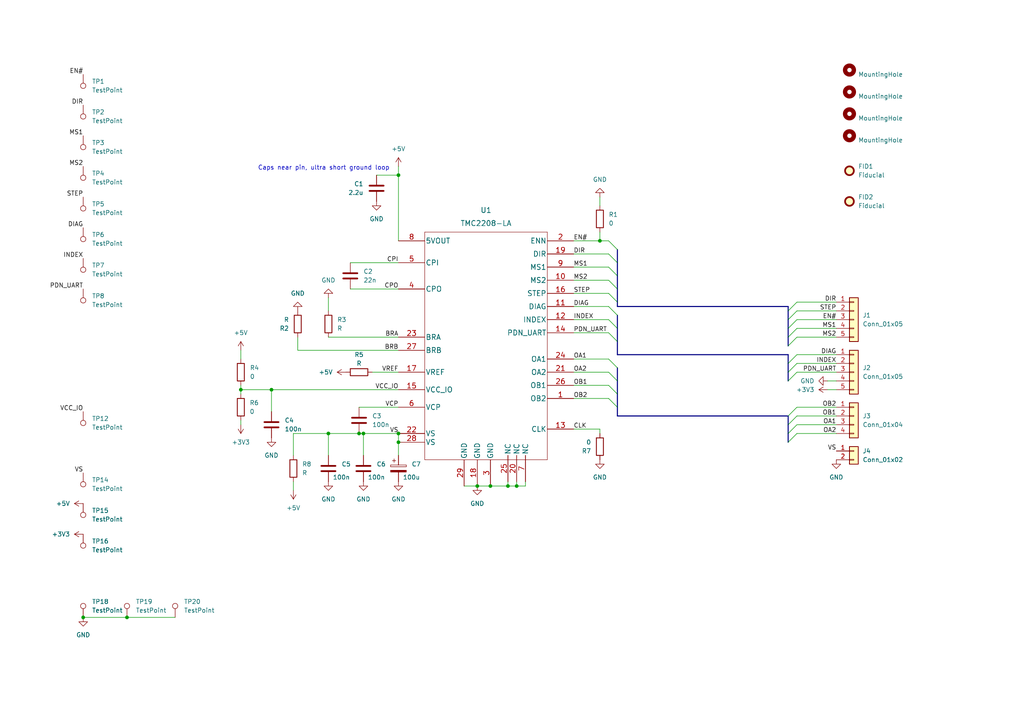
<source format=kicad_sch>
(kicad_sch (version 20211123) (generator eeschema)
  (paper "A4")
  (lib_symbols
    (symbol "Connector:TestPoint" (pin_numbers hide) (pin_names (offset 0.762) hide)
      (property "Reference" "TP" (at 0 6.858 0))
      (property "Value" "TestPoint" (at 0 5.08 0))
      (symbol "TestPoint_0_1"
        (circle (center 0 3.302) (radius 0.762))
      )
      (symbol "TestPoint_1_1"
        (pin passive line (at 0 0 90) (length 2.54) (name "1") (number "1"))
      )
    )
    (symbol "Connector_Generic:Conn_01x02" (pin_names (offset 1.016) hide)
      (property "Reference" "J" (at 0 2.54 0))
      (property "Value" "Conn_01x02" (at 0 -5.08 0))
      (symbol "Conn_01x02_1_1"
        (rectangle (start -1.27 -2.413) (end 0 -2.667) (stroke (width 0.1524)))
        (rectangle (start -1.27 0.127) (end 0 -0.127) (stroke (width 0.1524)))
        (rectangle (start -1.27 1.27) (end 1.27 -3.81) (stroke (width 0.254)) (fill (type background)))
        (pin passive line (at -5.08 0 0) (length 3.81) (name "Pin_1") (number "1"))
        (pin passive line (at -5.08 -2.54 0) (length 3.81) (name "Pin_2") (number "2"))
      )
    )
    (symbol "Connector_Generic:Conn_01x04" (pin_names (offset 1.016) hide)
      (property "Reference" "J" (at 0 5.08 0))
      (property "Value" "Conn_01x04" (at 0 -7.62 0))
      (symbol "Conn_01x04_1_1"
        (rectangle (start -1.27 -4.953) (end 0 -5.207) (stroke (width 0.1524)))
        (rectangle (start -1.27 -2.413) (end 0 -2.667) (stroke (width 0.1524)))
        (rectangle (start -1.27 0.127) (end 0 -0.127) (stroke (width 0.1524)))
        (rectangle (start -1.27 2.667) (end 0 2.413) (stroke (width 0.1524)))
        (rectangle (start -1.27 3.81) (end 1.27 -6.35) (stroke (width 0.254)) (fill (type background)))
        (pin passive line (at -5.08 2.54 0) (length 3.81) (name "Pin_1") (number "1"))
        (pin passive line (at -5.08 0 0) (length 3.81) (name "Pin_2") (number "2"))
        (pin passive line (at -5.08 -2.54 0) (length 3.81) (name "Pin_3") (number "3"))
        (pin passive line (at -5.08 -5.08 0) (length 3.81) (name "Pin_4") (number "4"))
      )
    )
    (symbol "Connector_Generic:Conn_01x05" (pin_names (offset 1.016) hide)
      (property "Reference" "J" (at 0 7.62 0))
      (property "Value" "Conn_01x05" (at 0 -7.62 0))
      (symbol "Conn_01x05_1_1"
        (rectangle (start -1.27 -4.953) (end 0 -5.207) (stroke (width 0.1524)))
        (rectangle (start -1.27 -2.413) (end 0 -2.667) (stroke (width 0.1524)))
        (rectangle (start -1.27 0.127) (end 0 -0.127) (stroke (width 0.1524)))
        (rectangle (start -1.27 2.667) (end 0 2.413) (stroke (width 0.1524)))
        (rectangle (start -1.27 5.207) (end 0 4.953) (stroke (width 0.1524)))
        (rectangle (start -1.27 6.35) (end 1.27 -6.35) (stroke (width 0.254)) (fill (type background)))
        (pin passive line (at -5.08 5.08 0) (length 3.81) (name "Pin_1") (number "1"))
        (pin passive line (at -5.08 2.54 0) (length 3.81) (name "Pin_2") (number "2"))
        (pin passive line (at -5.08 0 0) (length 3.81) (name "Pin_3") (number "3"))
        (pin passive line (at -5.08 -2.54 0) (length 3.81) (name "Pin_4") (number "4"))
        (pin passive line (at -5.08 -5.08 0) (length 3.81) (name "Pin_5") (number "5"))
      )
    )
    (symbol "Device:C" (pin_numbers hide) (pin_names (offset 0.254))
      (property "Reference" "C" (at 0.635 2.54 0))
      (property "Value" "C" (at 0.635 -2.54 0))
      (symbol "C_0_1"
        (polyline (pts (xy -2.032 -0.762) (xy 2.032 -0.762)) (stroke (width 0.508)))
        (polyline (pts (xy -2.032 0.762) (xy 2.032 0.762)) (stroke (width 0.508)))
      )
      (symbol "C_1_1"
        (pin passive line (at 0 3.81 270) (length 2.794) (name "~") (number "1"))
        (pin passive line (at 0 -3.81 90) (length 2.794) (name "~") (number "2"))
      )
    )
    (symbol "Device:C_Polarized" (pin_numbers hide) (pin_names (offset 0.254))
      (property "Reference" "C" (at 0.635 2.54 0))
      (property "Value" "C_Polarized" (at 0.635 -2.54 0))
      (symbol "C_Polarized_0_1"
        (rectangle (start -2.286 0.508) (end 2.286 1.016))
        (polyline (pts (xy -1.778 2.286) (xy -0.762 2.286)))
        (polyline (pts (xy -1.27 2.794) (xy -1.27 1.778)))
        (rectangle (start 2.286 -0.508) (end -2.286 -1.016) (fill (type outline)))
      )
      (symbol "C_Polarized_1_1"
        (pin passive line (at 0 3.81 270) (length 2.794) (name "~") (number "1"))
        (pin passive line (at 0 -3.81 90) (length 2.794) (name "~") (number "2"))
      )
    )
    (symbol "Device:R" (pin_numbers hide) (pin_names (offset 0))
      (property "Reference" "R" (at 2.032 0 90))
      (property "Value" "R" (at 0 0 90))
      (symbol "R_0_1"
        (rectangle (start -1.016 -2.54) (end 1.016 2.54) (stroke (width 0.254)))
      )
      (symbol "R_1_1"
        (pin passive line (at 0 3.81 270) (length 1.27) (name "~") (number "1"))
        (pin passive line (at 0 -3.81 90) (length 1.27) (name "~") (number "2"))
      )
    )
    (symbol "Mechanical:Fiducial"
      (property "Reference" "FID" (at 0 5.08 0))
      (property "Value" "Fiducial" (at 0 3.175 0))
      (symbol "Fiducial_0_1"
        (circle (center 0 0) (radius 1.27) (stroke (width 0.508)) (fill (type background)))
      )
    )
    (symbol "Mechanical:MountingHole" (pin_names (offset 1.016))
      (property "Reference" "H" (at 0 5.08 0))
      (property "Value" "MountingHole" (at 0 3.175 0))
      (symbol "MountingHole_0_1"
        (circle (center 0 0) (radius 1.27) (stroke (width 1.27)))
      )
    )
    (symbol "power:+3.3V" (power) (pin_names (offset 0))
      (property "Value" "+3.3V" (at 0 3.556 0))
      (symbol "+3.3V_0_1"
        (polyline (pts (xy -0.762 1.27) (xy 0 2.54)))
        (polyline (pts (xy 0 0) (xy 0 2.54)))
        (polyline (pts (xy 0 2.54) (xy 0.762 1.27)))
      )
      (symbol "+3.3V_1_1"
        (pin power_in line (at 0 0 90) (length 0) hide (name "+3V3") (number "1"))
      )
    )
    (symbol "power:+3V3" (power) (pin_names (offset 0))
      (property "Value" "+3V3" (at 0 3.556 0))
      (symbol "+3V3_0_1"
        (polyline (pts (xy -0.762 1.27) (xy 0 2.54)))
        (polyline (pts (xy 0 0) (xy 0 2.54)))
        (polyline (pts (xy 0 2.54) (xy 0.762 1.27)))
      )
      (symbol "+3V3_1_1"
        (pin power_in line (at 0 0 90) (length 0) hide (name "+3V3") (number "1"))
      )
    )
    (symbol "power:+5V" (power) (pin_names (offset 0))
      (property "Value" "+5V" (at 0 3.556 0))
      (symbol "+5V_0_1"
        (polyline (pts (xy -0.762 1.27) (xy 0 2.54)))
        (polyline (pts (xy 0 0) (xy 0 2.54)))
        (polyline (pts (xy 0 2.54) (xy 0.762 1.27)))
      )
      (symbol "+5V_1_1"
        (pin power_in line (at 0 0 90) (length 0) hide (name "+5V") (number "1"))
      )
    )
    (symbol "power:GND" (power) (pin_names (offset 0))
      (property "Value" "GND" (at 0 -3.81 0))
      (symbol "GND_0_1"
        (polyline (pts (xy 0 0) (xy 0 -1.27) (xy 1.27 -1.27) (xy 0 -2.54) (xy -1.27 -1.27) (xy 0 -1.27)))
      )
      (symbol "GND_1_1"
        (pin power_in line (at 0 0 270) (length 0) hide (name "GND") (number "1"))
      )
    )
    (symbol "tmc2208-la:TMC2208-LA" (pin_names (offset 0.254))
      (property "Reference" "U" (at 25.4 10.16 0))
      (property "Value" "TMC2208-LA" (at 25.4 7.62 0))
      (symbol "TMC2208-LA_1_1"
        (polyline (pts (xy 7.62 -60.96) (xy 43.18 -60.96)) (stroke (width 0.127)))
        (polyline (pts (xy 7.62 5.08) (xy 7.62 -60.96)) (stroke (width 0.127)))
        (polyline (pts (xy 43.18 -60.96) (xy 43.18 5.08)) (stroke (width 0.127)))
        (polyline (pts (xy 43.18 5.08) (xy 7.62 5.08)) (stroke (width 0.127)))
        (pin output line (at 50.8 -43.18 180) (length 7.62) (name "OB2") (number "1"))
        (pin input line (at 50.8 -8.89 180) (length 7.62) (name "MS2") (number "10"))
        (pin output line (at 50.8 -16.51 180) (length 7.62) (name "DIAG") (number "11"))
        (pin output line (at 50.8 -20.32 180) (length 7.62) (name "INDEX") (number "12"))
        (pin input line (at 50.8 -52.07 180) (length 7.62) (name "CLK") (number "13"))
        (pin bidirectional line (at 50.8 -24.13 180) (length 7.62) (name "PDN_UART") (number "14"))
        (pin power_in line (at 0 -40.64 0) (length 7.62) (name "VCC_IO") (number "15"))
        (pin input line (at 50.8 -12.7 180) (length 7.62) (name "STEP") (number "16"))
        (pin input line (at 0 -35.56 0) (length 7.62) (name "VREF") (number "17"))
        (pin power_in line (at 22.86 -68.58 90) (length 7.62) (name "GND") (number "18"))
        (pin input line (at 50.8 -1.27 180) (length 7.62) (name "DIR") (number "19"))
        (pin input line (at 50.8 2.54 180) (length 7.62) (name "ENN") (number "2"))
        (pin power_in line (at 34.29 -67.31 90) (length 7.62) (name "NC") (number "20"))
        (pin output line (at 50.8 -35.56 180) (length 7.62) (name "OA2") (number "21"))
        (pin power_in line (at 0 -53.34 0) (length 7.62) (name "VS") (number "22"))
        (pin unspecified line (at 0 -25.4 0) (length 7.62) (name "BRA") (number "23"))
        (pin output line (at 50.8 -31.75 180) (length 7.62) (name "OA1") (number "24"))
        (pin power_in line (at 31.75 -67.31 90) (length 7.62) (name "NC") (number "25"))
        (pin output line (at 50.8 -39.37 180) (length 7.62) (name "OB1") (number "26"))
        (pin unspecified line (at 0 -29.21 0) (length 7.62) (name "BRB") (number "27"))
        (pin power_in line (at 0 -55.88 0) (length 7.62) (name "VS") (number "28"))
        (pin power_in line (at 19.05 -68.58 90) (length 7.62) (name "GND") (number "29"))
        (pin power_in line (at 26.67 -68.58 90) (length 7.62) (name "GND") (number "3"))
        (pin output line (at 0 -11.43 0) (length 7.62) (name "CPO") (number "4"))
        (pin input line (at 0 -3.81 0) (length 7.62) (name "CPI") (number "5"))
        (pin power_in line (at 0 -45.72 0) (length 7.62) (name "VCP") (number "6"))
        (pin power_in line (at 36.83 -67.31 90) (length 7.62) (name "NC") (number "7"))
        (pin output line (at 0 2.54 0) (length 7.62) (name "5VOUT") (number "8"))
        (pin input line (at 50.8 -5.08 180) (length 7.62) (name "MS1") (number "9"))
      )
    )
  )
  (junction (at 24.13 179.07))
  (junction (at 104.14 125.73))
  (junction (at 115.57 128.27))
  (junction (at 142.24 140.97))
  (junction (at 138.43 140.97))
  (junction (at 36.83 179.07))
  (junction (at 149.86 140.97))
  (junction (at 115.57 125.73))
  (junction (at 115.57 50.8))
  (junction (at 95.25 125.73))
  (junction (at 105.41 125.73))
  (junction (at 173.99 69.85))
  (junction (at 78.74 113.03))
  (junction (at 147.32 140.97))
  (junction (at 69.85 113.03))
  (bus_entry (at 231.14 87.63) (size -2.54 2.54))
  (bus_entry (at 231.14 125.73) (size -2.54 2.54))
  (bus_entry (at 231.14 123.19) (size -2.54 2.54))
  (bus_entry (at 231.14 120.65) (size -2.54 2.54))
  (bus_entry (at 176.53 96.52) (size 2.54 2.54))
  (bus_entry (at 231.14 105.41) (size -2.54 2.54))
  (bus_entry (at 231.14 97.79) (size -2.54 2.54))
  (bus_entry (at 231.14 95.25) (size -2.54 2.54))
  (bus_entry (at 231.14 92.71) (size -2.54 2.54))
  (bus_entry (at 231.14 90.17) (size -2.54 2.54))
  (bus_entry (at 231.14 102.87) (size -2.54 2.54))
  (bus_entry (at 231.14 107.95) (size -2.54 2.54))
  (bus_entry (at 176.53 73.66) (size 2.54 2.54))
  (bus_entry (at 176.53 92.71) (size 2.54 2.54))
  (bus_entry (at 176.53 88.9) (size 2.54 2.54))
  (bus_entry (at 176.53 81.28) (size 2.54 2.54))
  (bus_entry (at 176.53 85.09) (size 2.54 2.54))
  (bus_entry (at 176.53 77.47) (size 2.54 2.54))
  (bus_entry (at 176.53 115.57) (size 2.54 2.54))
  (bus_entry (at 176.53 104.14) (size 2.54 2.54))
  (bus_entry (at 176.53 111.76) (size 2.54 2.54))
  (bus_entry (at 176.53 107.95) (size 2.54 2.54))
  (bus_entry (at 176.53 69.85) (size 2.54 2.54))
  (bus_entry (at 231.14 118.11) (size -2.54 2.54))
  (bus (pts (xy 228.6 90.17) (xy 228.6 88.9)))
  (bus (pts (xy 228.6 123.19) (xy 228.6 125.73)))
  (wire (pts (xy 78.74 113.03) (xy 115.57 113.03)))
  (wire (pts (xy 166.37 104.14) (xy 176.53 104.14)))
  (bus (pts (xy 228.6 107.95) (xy 228.6 110.49)))
  (wire (pts (xy 166.37 77.47) (xy 176.53 77.47)))
  (wire (pts (xy 147.32 140.97) (xy 142.24 140.97)))
  (bus (pts (xy 228.6 92.71) (xy 228.6 90.17)))
  (bus (pts (xy 179.07 114.3) (xy 179.07 118.11)))
  (wire (pts (xy 173.99 57.15) (xy 173.99 59.69)))
  (bus (pts (xy 179.07 80.01) (xy 179.07 83.82)))
  (bus (pts (xy 228.6 125.73) (xy 228.6 128.27)))
  (wire (pts (xy 36.83 179.07) (xy 50.8 179.07)))
  (wire (pts (xy 107.95 107.95) (xy 115.57 107.95)))
  (wire (pts (xy 231.14 97.79) (xy 242.57 97.79)))
  (wire (pts (xy 231.14 87.63) (xy 242.57 87.63)))
  (wire (pts (xy 85.09 142.24) (xy 85.09 139.7)))
  (wire (pts (xy 166.37 69.85) (xy 173.99 69.85)))
  (wire (pts (xy 105.41 125.73) (xy 105.41 132.08)))
  (wire (pts (xy 166.37 88.9) (xy 176.53 88.9)))
  (wire (pts (xy 231.14 118.11) (xy 242.57 118.11)))
  (bus (pts (xy 179.07 110.49) (xy 179.07 114.3)))
  (bus (pts (xy 179.07 76.2) (xy 179.07 80.01)))
  (wire (pts (xy 152.4 139.7) (xy 152.4 140.97)))
  (wire (pts (xy 138.43 140.97) (xy 142.24 140.97)))
  (bus (pts (xy 179.07 91.44) (xy 179.07 95.25)))
  (wire (pts (xy 69.85 101.6) (xy 69.85 104.14)))
  (wire (pts (xy 231.14 125.73) (xy 242.57 125.73)))
  (wire (pts (xy 231.14 120.65) (xy 242.57 120.65)))
  (wire (pts (xy 95.25 86.36) (xy 95.25 90.17)))
  (wire (pts (xy 231.14 90.17) (xy 242.57 90.17)))
  (wire (pts (xy 115.57 50.8) (xy 115.57 69.85)))
  (wire (pts (xy 240.03 113.03) (xy 242.57 113.03)))
  (bus (pts (xy 228.6 102.87) (xy 179.07 102.87)))
  (wire (pts (xy 115.57 48.26) (xy 115.57 50.8)))
  (wire (pts (xy 166.37 73.66) (xy 176.53 73.66)))
  (bus (pts (xy 179.07 99.06) (xy 179.07 102.87)))
  (wire (pts (xy 78.74 113.03) (xy 78.74 119.38)))
  (bus (pts (xy 179.07 83.82) (xy 179.07 87.63)))
  (wire (pts (xy 69.85 111.76) (xy 69.85 113.03)))
  (bus (pts (xy 228.6 95.25) (xy 228.6 92.71)))
  (wire (pts (xy 86.36 101.6) (xy 86.36 97.79)))
  (wire (pts (xy 166.37 85.09) (xy 176.53 85.09)))
  (wire (pts (xy 115.57 76.2) (xy 101.6 76.2)))
  (wire (pts (xy 104.14 125.73) (xy 105.41 125.73)))
  (wire (pts (xy 149.86 140.97) (xy 152.4 140.97)))
  (wire (pts (xy 149.86 139.7) (xy 149.86 140.97)))
  (wire (pts (xy 36.83 179.07) (xy 24.13 179.07)))
  (wire (pts (xy 69.85 114.3) (xy 69.85 113.03)))
  (wire (pts (xy 95.25 125.73) (xy 95.25 132.08)))
  (wire (pts (xy 85.09 125.73) (xy 85.09 132.08)))
  (wire (pts (xy 134.62 140.97) (xy 138.43 140.97)))
  (wire (pts (xy 173.99 69.85) (xy 176.53 69.85)))
  (bus (pts (xy 228.6 100.33) (xy 228.6 97.79)))
  (wire (pts (xy 95.25 125.73) (xy 85.09 125.73)))
  (wire (pts (xy 115.57 125.73) (xy 115.57 128.27)))
  (wire (pts (xy 86.36 101.6) (xy 115.57 101.6)))
  (wire (pts (xy 166.37 96.52) (xy 176.53 96.52)))
  (wire (pts (xy 231.14 92.71) (xy 242.57 92.71)))
  (wire (pts (xy 166.37 111.76) (xy 176.53 111.76)))
  (bus (pts (xy 228.6 88.9) (xy 179.07 88.9)))
  (wire (pts (xy 104.14 118.11) (xy 115.57 118.11)))
  (bus (pts (xy 228.6 97.79) (xy 228.6 95.25)))
  (wire (pts (xy 115.57 50.8) (xy 109.22 50.8)))
  (wire (pts (xy 231.14 107.95) (xy 242.57 107.95)))
  (wire (pts (xy 166.37 115.57) (xy 176.53 115.57)))
  (bus (pts (xy 179.07 118.11) (xy 179.07 120.65)))
  (wire (pts (xy 166.37 81.28) (xy 176.53 81.28)))
  (wire (pts (xy 231.14 102.87) (xy 242.57 102.87)))
  (wire (pts (xy 166.37 107.95) (xy 176.53 107.95)))
  (wire (pts (xy 147.32 139.7) (xy 147.32 140.97)))
  (bus (pts (xy 179.07 95.25) (xy 179.07 99.06)))
  (wire (pts (xy 104.14 125.73) (xy 95.25 125.73)))
  (bus (pts (xy 179.07 87.63) (xy 179.07 88.9)))
  (wire (pts (xy 173.99 67.31) (xy 173.99 69.85)))
  (wire (pts (xy 69.85 113.03) (xy 78.74 113.03)))
  (bus (pts (xy 179.07 106.68) (xy 179.07 110.49)))
  (wire (pts (xy 101.6 83.82) (xy 115.57 83.82)))
  (wire (pts (xy 173.99 124.46) (xy 173.99 125.73)))
  (bus (pts (xy 179.07 72.39) (xy 179.07 76.2)))
  (wire (pts (xy 231.14 105.41) (xy 242.57 105.41)))
  (wire (pts (xy 240.03 110.49) (xy 242.57 110.49)))
  (wire (pts (xy 115.57 128.27) (xy 115.57 132.08)))
  (bus (pts (xy 179.07 120.65) (xy 228.6 120.65)))
  (wire (pts (xy 149.86 140.97) (xy 147.32 140.97)))
  (wire (pts (xy 173.99 124.46) (xy 166.37 124.46)))
  (bus (pts (xy 228.6 102.87) (xy 228.6 105.41)))
  (wire (pts (xy 231.14 95.25) (xy 242.57 95.25)))
  (wire (pts (xy 166.37 92.71) (xy 176.53 92.71)))
  (wire (pts (xy 231.14 123.19) (xy 242.57 123.19)))
  (bus (pts (xy 228.6 120.65) (xy 228.6 123.19)))
  (bus (pts (xy 228.6 105.41) (xy 228.6 107.95)))
  (wire (pts (xy 95.25 97.79) (xy 115.57 97.79)))
  (wire (pts (xy 105.41 125.73) (xy 115.57 125.73)))
  (wire (pts (xy 69.85 121.92) (xy 69.85 123.19)))
  (text "Caps near pin, ultra short ground loop\n" (at 113.03 49.53 180) (effects (font (size 1.27 1.27)) (justify right bottom)))
  (label "MS2" (at 24.13 48.26 180))
  (label "CLK" (at 166.37 124.46 0))
  (label "INDEX" (at 24.13 74.93 180))
  (label "OB2" (at 242.57 118.11 180))
  (label "OB1" (at 242.57 120.65 180))
  (label "INDEX" (at 242.57 105.41 180))
  (label "VCP" (at 115.57 118.11 180))
  (label "DIR" (at 166.37 73.66 0))
  (label "DIR" (at 242.57 87.63 180))
  (label "VCC_IO" (at 24.13 119.38 180))
  (label "OA2" (at 166.37 107.95 0))
  (label "VS" (at 115.57 125.73 180))
  (label "STEP" (at 242.57 90.17 180))
  (label "PDN_UART" (at 166.37 96.52 0))
  (label "MS1" (at 166.37 77.47 0))
  (label "DIR" (at 24.13 30.48 180))
  (label "EN#" (at 166.37 69.85 0))
  (label "STEP" (at 24.13 57.15 180))
  (label "INDEX" (at 166.37 92.71 0))
  (label "PDN_UART" (at 242.57 107.95 180))
  (label "OA1" (at 242.57 123.19 180))
  (label "MS2" (at 166.37 81.28 0))
  (label "STEP" (at 166.37 85.09 0))
  (label "OA2" (at 242.57 125.73 180))
  (label "DIAG" (at 166.37 88.9 0))
  (label "MS2" (at 242.57 97.79 180))
  (label "MS1" (at 24.13 39.37 180))
  (label "BRA" (at 115.57 97.79 180))
  (label "CPO" (at 115.57 83.82 180))
  (label "BRB" (at 115.57 101.6 180))
  (label "VS" (at 242.57 130.81 180))
  (label "MS1" (at 242.57 95.25 180))
  (label "OA1" (at 166.37 104.14 0))
  (label "OB1" (at 166.37 111.76 0))
  (label "EN#" (at 24.13 21.59 180))
  (label "OB2" (at 166.37 115.57 0))
  (label "VREF" (at 115.57 107.95 180))
  (label "CPI" (at 115.57 76.2 180))
  (label "VCC_IO" (at 115.57 113.03 180))
  (label "EN#" (at 242.57 92.71 180))
  (label "DIAG" (at 242.57 102.87 180))
  (label "PDN_UART" (at 24.13 83.82 180))
  (label "DIAG" (at 24.13 66.04 180))
  (label "VS" (at 24.13 137.16 180))
  (symbol (lib_id "Device:R") (at 69.85 118.11 0) (unit 1)
    (property "Reference" "R6" (at 72.39 116.8399 0) (effects (justify left)))
    (property "Value" "0" (at 72.39 119.3799 0) (effects (justify left)))
    (property "Footprint" "Resistor_SMD:R_0603_1608Metric_Pad0.98x0.95mm_HandSolder" (effects hide))
  )
  (symbol (lib_id "power:GND") (at 86.36 90.17 180) (unit 1)
    (property "Reference" "#PWR05" (effects hide))
    (property "Value" "GND" (at 86.36 85.09 0))
  )
  (symbol (lib_id "power:GND") (at 105.41 139.7 0) (unit 1)
    (property "Reference" "#PWR015" (effects hide))
    (property "Value" "GND" (at 105.41 144.78 0))
  )
  (symbol (lib_id "power:+5V") (at 100.33 107.95 90) (unit 1)
    (property "Reference" "#PWR07" (effects hide))
    (property "Value" "+5V" (at 96.52 107.9499 90) (effects (justify left)))
  )
  (symbol (lib_id "Connector:TestPoint") (at 36.83 179.07 0) (unit 1)
    (property "Reference" "TP19" (at 39.37 174.4979 0) (effects (justify left)))
    (property "Value" "TestPoint" (at 39.37 177.0379 0) (effects (justify left)))
    (property "Footprint" "TestPoint:TestPoint_THTPad_1.0x1.0mm_Drill0.5mm" (effects hide))
  )
  (symbol (lib_id "power:GND") (at 95.25 139.7 0) (unit 1)
    (property "Reference" "#PWR014" (effects hide))
    (property "Value" "GND" (at 95.25 144.78 0))
  )
  (symbol (lib_id "power:GND") (at 242.57 133.35 0) (unit 1)
    (property "Reference" "#PWR013" (effects hide))
    (property "Value" "GND" (at 242.57 138.43 0))
  )
  (symbol (lib_id "power:GND") (at 173.99 57.15 180) (unit 1)
    (property "Reference" "#PWR02" (effects hide))
    (property "Value" "GND" (at 173.99 52.07 0))
  )
  (symbol (lib_id "power:+5V") (at 69.85 101.6 0) (unit 1)
    (property "Reference" "#PWR06" (effects hide))
    (property "Value" "+5V" (at 69.85 96.52 0))
  )
  (symbol (lib_id "Connector_Generic:Conn_01x02") (at 247.65 130.81 0) (unit 1)
    (property "Reference" "J4" (at 250.19 130.8099 0) (effects (justify left)))
    (property "Value" "Conn_01x02" (at 250.19 133.3499 0) (effects (justify left)))
    (property "Footprint" "TerminalBlock_Phoenix:TerminalBlock_Phoenix_MKDS-1,5-2_1x02_P5.00mm_Horizontal" (effects hide))
  )
  (symbol (lib_id "power:+3V3") (at 240.03 113.03 90) (unit 1)
    (property "Reference" "#PWR09" (effects hide))
    (property "Value" "+3V3" (at 236.22 113.0299 90) (effects (justify left)))
  )
  (symbol (lib_id "Device:R") (at 104.14 107.95 90) (unit 1)
    (property "Reference" "R5" (at 104.14 102.87 90))
    (property "Value" "R" (at 104.14 105.41 90))
    (property "Footprint" "Resistor_SMD:R_0603_1608Metric_Pad0.98x0.95mm_HandSolder" (effects hide))
  )
  (symbol (lib_id "power:+3.3V") (at 69.85 123.19 180) (unit 1)
    (property "Reference" "#PWR010" (effects hide))
    (property "Value" "+3.3V" (at 69.85 128.27 0))
  )
  (symbol (lib_id "Mechanical:MountingHole") (at 246.38 20.32 0) (unit 1)
    (property "Reference" "H1" (effects hide))
    (property "Value" "MountingHole" (at 248.92 21.5899 0) (effects (justify left)))
    (property "Footprint" "MountingHole:MountingHole_2.2mm_M2" (effects hide))
  )
  (symbol (lib_id "power:GND") (at 95.25 86.36 180) (unit 1)
    (property "Reference" "#PWR04" (effects hide))
    (property "Value" "GND" (at 95.25 81.28 0))
  )
  (symbol (lib_id "Connector:TestPoint") (at 24.13 154.94 180) (unit 1)
    (property "Reference" "TP16" (at 26.67 156.9719 0) (effects (justify right)))
    (property "Value" "TestPoint" (at 26.67 159.5119 0) (effects (justify right)))
    (property "Footprint" "TestPoint:TestPoint_THTPad_D1.0mm_Drill0.5mm" (effects hide))
  )
  (symbol (lib_id "Device:R") (at 86.36 93.98 180) (unit 1)
    (property "Reference" "R2" (at 83.82 95.2501 0) (effects (justify left)))
    (property "Value" "R" (at 83.82 92.7101 0) (effects (justify left)))
    (property "Footprint" "Resistor_SMD:R_0603_1608Metric_Pad0.98x0.95mm_HandSolder" (effects hide))
  )
  (symbol (lib_id "Connector:TestPoint") (at 24.13 57.15 180) (unit 1)
    (property "Reference" "TP5" (at 26.67 59.1819 0) (effects (justify right)))
    (property "Value" "TestPoint" (at 26.67 61.7219 0) (effects (justify right)))
    (property "Footprint" "TestPoint:TestPoint_THTPad_D1.0mm_Drill0.5mm" (effects hide))
  )
  (symbol (lib_id "Connector:TestPoint") (at 24.13 137.16 180) (unit 1)
    (property "Reference" "TP14" (at 26.67 139.1919 0) (effects (justify right)))
    (property "Value" "TestPoint" (at 26.67 141.7319 0) (effects (justify right)))
    (property "Footprint" "TestPoint:TestPoint_THTPad_D1.0mm_Drill0.5mm" (effects hide))
  )
  (symbol (lib_id "Device:C") (at 104.14 121.92 0) (unit 1)
    (property "Reference" "C3" (at 107.95 120.6499 0) (effects (justify left)))
    (property "Value" "100n" (at 107.95 123.1899 0) (effects (justify left)))
    (property "Footprint" "Capacitor_SMD:C_0603_1608Metric_Pad1.08x0.95mm_HandSolder" (effects hide))
  )
  (symbol (lib_id "power:+5V") (at 24.13 146.05 90) (unit 1)
    (property "Reference" "#PWR019" (effects hide))
    (property "Value" "+5V" (at 20.32 146.0499 90) (effects (justify left)))
  )
  (symbol (lib_id "Connector:TestPoint") (at 24.13 119.38 180) (unit 1)
    (property "Reference" "TP12" (at 26.67 121.4119 0) (effects (justify right)))
    (property "Value" "TestPoint" (at 26.67 123.9519 0) (effects (justify right)))
    (property "Footprint" "TestPoint:TestPoint_THTPad_D1.0mm_Drill0.5mm" (effects hide))
  )
  (symbol (lib_id "power:GND") (at 24.13 179.07 0) (unit 1)
    (property "Reference" "#PWR022" (effects hide))
    (property "Value" "GND" (at 24.13 184.15 0))
  )
  (symbol (lib_id "Connector:TestPoint") (at 24.13 30.48 180) (unit 1)
    (property "Reference" "TP2" (at 26.67 32.5119 0) (effects (justify right)))
    (property "Value" "TestPoint" (at 26.67 35.0519 0) (effects (justify right)))
    (property "Footprint" "TestPoint:TestPoint_THTPad_D1.0mm_Drill0.5mm" (effects hide))
  )
  (symbol (lib_id "Connector_Generic:Conn_01x04") (at 247.65 120.65 0) (unit 1)
    (property "Reference" "J3" (at 250.19 120.6499 0) (effects (justify left)))
    (property "Value" "Conn_01x04" (at 250.19 123.1899 0) (effects (justify left)))
    (property "Footprint" "Connector_JST:JST_XH_B4B-XH-A_1x04_P2.50mm_Vertical" (effects hide))
  )
  (symbol (lib_id "Device:R") (at 95.25 93.98 0) (unit 1)
    (property "Reference" "R3" (at 97.79 92.7099 0) (effects (justify left)))
    (property "Value" "R" (at 97.79 95.2499 0) (effects (justify left)))
    (property "Footprint" "Resistor_SMD:R_0603_1608Metric_Pad0.98x0.95mm_HandSolder" (effects hide))
  )
  (symbol (lib_id "power:GND") (at 173.99 133.35 0) (unit 1)
    (property "Reference" "#PWR012" (effects hide))
    (property "Value" "GND" (at 173.99 138.43 0))
  )
  (symbol (lib_id "power:GND") (at 78.74 127 0) (unit 1)
    (property "Reference" "#PWR011" (effects hide))
    (property "Value" "GND" (at 78.74 132.08 0))
  )
  (symbol (lib_id "Mechanical:MountingHole") (at 246.38 33.02 0) (unit 1)
    (property "Reference" "H3" (effects hide))
    (property "Value" "MountingHole" (at 248.92 34.2899 0) (effects (justify left)))
    (property "Footprint" "MountingHole:MountingHole_2.2mm_M2" (effects hide))
  )
  (symbol (lib_id "power:GND") (at 138.43 140.97 0) (unit 1)
    (property "Reference" "#PWR017" (effects hide))
    (property "Value" "GND" (at 138.43 146.05 0))
  )
  (symbol (lib_id "power:GND") (at 109.22 58.42 0) (mirror y) (unit 1)
    (property "Reference" "#PWR03" (effects hide))
    (property "Value" "GND" (at 109.22 63.5 0))
  )
  (symbol (lib_id "power:GND") (at 115.57 139.7 0) (unit 1)
    (property "Reference" "#PWR016" (effects hide))
    (property "Value" "GND" (at 115.57 144.78 0))
  )
  (symbol (lib_id "Device:C") (at 78.74 123.19 0) (unit 1)
    (property "Reference" "C4" (at 82.55 121.9199 0) (effects (justify left)))
    (property "Value" "100n" (at 82.55 124.4599 0) (effects (justify left)))
    (property "Footprint" "Capacitor_SMD:C_0603_1608Metric_Pad1.08x0.95mm_HandSolder" (effects hide))
  )
  (symbol (lib_id "Connector:TestPoint") (at 24.13 48.26 180) (unit 1)
    (property "Reference" "TP4" (at 26.67 50.2919 0) (effects (justify right)))
    (property "Value" "TestPoint" (at 26.67 52.8319 0) (effects (justify right)))
    (property "Footprint" "TestPoint:TestPoint_THTPad_D1.0mm_Drill0.5mm" (effects hide))
  )
  (symbol (lib_id "Device:C_Polarized") (at 115.57 135.89 0) (unit 1)
    (property "Reference" "C7" (at 119.38 134.62 0) (effects (justify left)))
    (property "Value" "100u" (at 116.84 138.43 0) (effects (justify left)))
    (property "Footprint" "Capacitor_SMD:CP_Elec_5x5.4" (effects hide))
  )
  (symbol (lib_id "power:+5V") (at 85.09 142.24 180) (unit 1)
    (property "Reference" "#PWR018" (effects hide))
    (property "Value" "+5V" (at 85.09 147.32 0))
  )
  (symbol (lib_id "power:GND") (at 240.03 110.49 270) (unit 1)
    (property "Reference" "#PWR08" (effects hide))
    (property "Value" "GND" (at 236.22 110.4899 90) (effects (justify right)))
  )
  (symbol (lib_id "Device:C") (at 95.25 135.89 0) (unit 1)
    (property "Reference" "C5" (at 99.06 134.6199 0) (effects (justify left)))
    (property "Value" "100n" (at 96.52 138.43 0) (effects (justify left)))
    (property "Footprint" "Capacitor_SMD:C_0603_1608Metric_Pad1.08x0.95mm_HandSolder" (effects hide))
  )
  (symbol (lib_id "power:+3.3V") (at 24.13 154.94 90) (unit 1)
    (property "Reference" "#PWR020" (effects hide))
    (property "Value" "+3.3V" (at 20.32 154.9399 90) (effects (justify left)))
  )
  (symbol (lib_id "Connector:TestPoint") (at 24.13 66.04 180) (unit 1)
    (property "Reference" "TP6" (at 26.67 68.0719 0) (effects (justify right)))
    (property "Value" "TestPoint" (at 26.67 70.6119 0) (effects (justify right)))
    (property "Footprint" "TestPoint:TestPoint_THTPad_D1.0mm_Drill0.5mm" (effects hide))
  )
  (symbol (lib_id "Device:R") (at 85.09 135.89 0) (unit 1)
    (property "Reference" "R8" (at 87.63 134.6199 0) (effects (justify left)))
    (property "Value" "R" (at 87.63 137.1599 0) (effects (justify left)))
    (property "Footprint" "Resistor_SMD:R_0603_1608Metric_Pad0.98x0.95mm_HandSolder" (effects hide))
  )
  (symbol (lib_id "Connector:TestPoint") (at 24.13 39.37 180) (unit 1)
    (property "Reference" "TP3" (at 26.67 41.4019 0) (effects (justify right)))
    (property "Value" "TestPoint" (at 26.67 43.9419 0) (effects (justify right)))
    (property "Footprint" "TestPoint:TestPoint_THTPad_D1.0mm_Drill0.5mm" (effects hide))
  )
  (symbol (lib_id "Device:C") (at 109.22 54.61 0) (mirror y) (unit 1)
    (property "Reference" "C1" (at 105.41 53.3399 0) (effects (justify left)))
    (property "Value" "2.2u" (at 105.41 55.8799 0) (effects (justify left)))
    (property "Footprint" "Capacitor_SMD:C_0603_1608Metric_Pad1.08x0.95mm_HandSolder" (effects hide))
  )
  (symbol (lib_id "Mechanical:MountingHole") (at 246.38 39.37 0) (mirror y) (unit 1)
    (property "Reference" "H4" (effects hide))
    (property "Value" "MountingHole" (at 248.92 40.6399 0) (effects (justify right)))
    (property "Footprint" "MountingHole:MountingHole_2.2mm_M2" (effects hide))
  )
  (symbol (lib_id "Mechanical:Fiducial") (at 246.38 49.53 0) (unit 1)
    (property "Reference" "FID1" (at 248.92 48.2599 0) (effects (justify left)))
    (property "Value" "Fiducial" (at 248.92 50.7999 0) (effects (justify left)))
    (property "Footprint" "Fiducial:Fiducial_0.5mm_Mask1.5mm" (effects hide))
  )
  (symbol (lib_id "Connector:TestPoint") (at 24.13 83.82 180) (unit 1)
    (property "Reference" "TP8" (at 26.67 85.8519 0) (effects (justify right)))
    (property "Value" "TestPoint" (at 26.67 88.3919 0) (effects (justify right)))
    (property "Footprint" "TestPoint:TestPoint_THTPad_D1.0mm_Drill0.5mm" (effects hide))
  )
  (symbol (lib_id "Connector:TestPoint") (at 24.13 179.07 0) (unit 1)
    (property "Reference" "TP18" (at 26.67 174.4979 0) (effects (justify left)))
    (property "Value" "TestPoint" (at 26.67 177.0379 0) (effects (justify left)))
    (property "Footprint" "TestPoint:TestPoint_THTPad_1.0x1.0mm_Drill0.5mm" (effects hide))
  )
  (symbol (lib_id "Device:R") (at 173.99 129.54 180) (unit 1)
    (property "Reference" "R7" (at 171.45 130.8101 0) (effects (justify left)))
    (property "Value" "0" (at 171.45 128.2701 0) (effects (justify left)))
    (property "Footprint" "Resistor_SMD:R_0603_1608Metric_Pad0.98x0.95mm_HandSolder" (effects hide))
  )
  (symbol (lib_id "Mechanical:MountingHole") (at 246.38 26.67 0) (unit 1)
    (property "Reference" "H2" (effects hide))
    (property "Value" "MountingHole" (at 248.92 27.9399 0) (effects (justify left)))
    (property "Footprint" "MountingHole:MountingHole_2.2mm_M2" (effects hide))
  )
  (symbol (lib_id "Device:R") (at 69.85 107.95 180) (unit 1)
    (property "Reference" "R4" (at 72.4692 106.6799 0) (effects (justify right)))
    (property "Value" "0" (at 72.4692 109.2199 0) (effects (justify right)))
    (property "Footprint" "Resistor_SMD:R_0603_1608Metric_Pad0.98x0.95mm_HandSolder" (effects hide))
  )
  (symbol (lib_id "Connector:TestPoint") (at 24.13 74.93 180) (unit 1)
    (property "Reference" "TP7" (at 26.67 76.9619 0) (effects (justify right)))
    (property "Value" "TestPoint" (at 26.67 79.5019 0) (effects (justify right)))
    (property "Footprint" "TestPoint:TestPoint_THTPad_D1.0mm_Drill0.5mm" (effects hide))
  )
  (symbol (lib_id "Connector:TestPoint") (at 24.13 146.05 180) (unit 1)
    (property "Reference" "TP15" (at 26.67 148.0819 0) (effects (justify right)))
    (property "Value" "TestPoint" (at 26.67 150.6219 0) (effects (justify right)))
    (property "Footprint" "TestPoint:TestPoint_THTPad_D1.0mm_Drill0.5mm" (effects hide))
  )
  (symbol (lib_id "Mechanical:Fiducial") (at 246.38 58.42 0) (unit 1)
    (property "Reference" "FID2" (at 248.92 57.1499 0) (effects (justify left)))
    (property "Value" "Fiducial" (at 248.92 59.6899 0) (effects (justify left)))
    (property "Footprint" "Fiducial:Fiducial_0.5mm_Mask1.5mm" (effects hide))
  )
  (symbol (lib_id "power:+5V") (at 115.57 48.26 0) (mirror y) (unit 1)
    (property "Reference" "#PWR01" (effects hide))
    (property "Value" "+5V" (at 115.57 43.18 0))
  )
  (symbol (lib_id "Connector:TestPoint") (at 24.13 21.59 180) (unit 1)
    (property "Reference" "TP1" (at 26.67 23.6219 0) (effects (justify right)))
    (property "Value" "TestPoint" (at 26.67 26.1619 0) (effects (justify right)))
    (property "Footprint" "TestPoint:TestPoint_THTPad_D1.0mm_Drill0.5mm" (effects hide))
  )
  (symbol (lib_id "Device:R") (at 173.99 63.5 0) (unit 1)
    (property "Reference" "R1" (at 176.53 62.2299 0) (effects (justify left)))
    (property "Value" "0" (at 176.53 64.7699 0) (effects (justify left)))
    (property "Footprint" "Resistor_SMD:R_0603_1608Metric_Pad0.98x0.95mm_HandSolder" (effects hide))
  )
  (symbol (lib_id "Device:C") (at 101.6 80.01 0) (unit 1)
    (property "Reference" "C2" (at 105.41 78.7399 0) (effects (justify left)))
    (property "Value" "22n" (at 105.41 81.2799 0) (effects (justify left)))
    (property "Footprint" "Capacitor_SMD:C_0603_1608Metric_Pad1.08x0.95mm_HandSolder" (effects hide))
  )
  (symbol (lib_id "Connector_Generic:Conn_01x05") (at 247.65 92.71 0) (unit 1)
    (property "Reference" "J1" (at 250.19 91.4399 0) (effects (justify left)))
    (property "Value" "Conn_01x05" (at 250.19 93.9799 0) (effects (justify left)))
    (property "Footprint" "Connector_PinHeader_2.54mm:PinHeader_1x05_P2.54mm_Vertical" (effects hide))
  )
  (symbol (lib_id "Connector:TestPoint") (at 50.8 179.07 0) (unit 1)
    (property "Reference" "TP20" (at 53.34 174.4979 0) (effects (justify left)))
    (property "Value" "TestPoint" (at 53.34 177.0379 0) (effects (justify left)))
    (property "Footprint" "TestPoint:TestPoint_THTPad_1.0x1.0mm_Drill0.5mm" (effects hide))
  )
  (symbol (lib_id "tmc2208-la:TMC2208-LA") (at 115.57 72.39 0) (unit 1)
    (property "Reference" "U1" (at 140.97 60.96 0) (effects (font (size 1.524 1.524))))
    (property "Value" "TMC2208-LA" (at 140.97 64.77 0) (effects (font (size 1.524 1.524))))
    (property "Footprint" "TMC2208-LA:TMC2208-LA" (effects hide))
  )
  (symbol (lib_id "Device:C") (at 105.41 135.89 0) (unit 1)
    (property "Reference" "C6" (at 109.22 134.6199 0) (effects (justify left)))
    (property "Value" "100n" (at 106.68 138.43 0) (effects (justify left)))
    (property "Footprint" "Capacitor_SMD:C_0603_1608Metric_Pad1.08x0.95mm_HandSolder" (effects hide))
  )
  (symbol (lib_id "Connector_Generic:Conn_01x05") (at 247.65 107.95 0) (unit 1)
    (property "Reference" "J2" (at 250.19 106.6799 0) (effects (justify left)))
    (property "Value" "Conn_01x05" (at 250.19 109.2199 0) (effects (justify left)))
    (property "Footprint" "Connector_PinHeader_2.54mm:PinHeader_1x05_P2.54mm_Vertical" (effects hide))
  )
)
</source>
